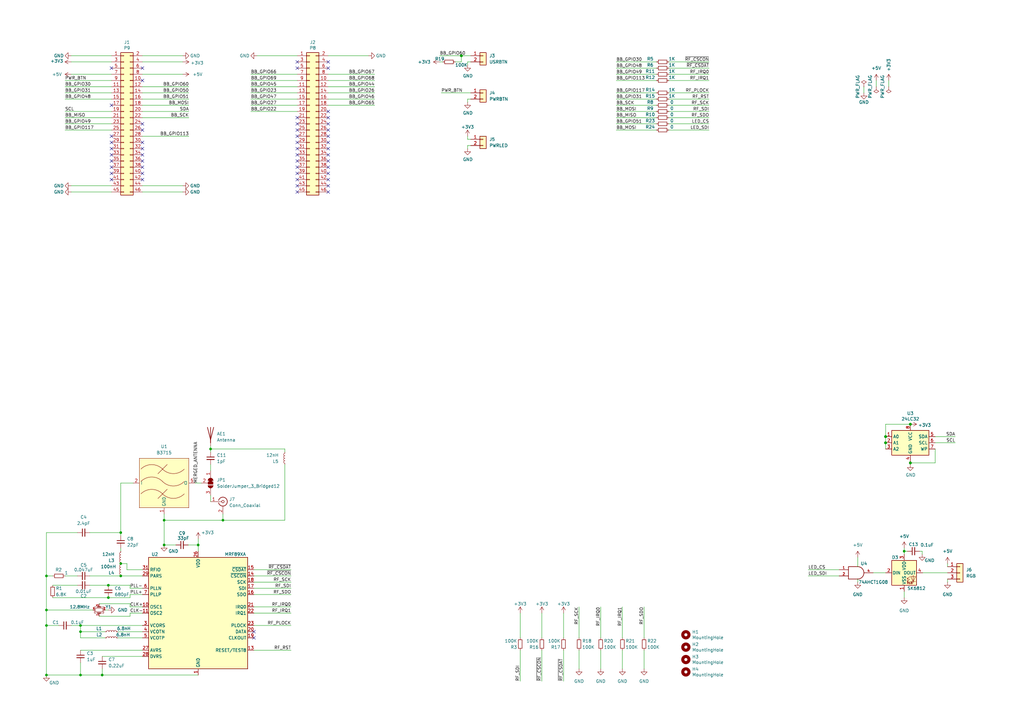
<source format=kicad_sch>
(kicad_sch (version 20211123) (generator eeschema)
  (paper "A3")
  (lib_symbols
    (symbol "74xGxx:74AHC1G08" (pin_names (offset 1.016))
      (property "Reference" "U" (at -2.54 3.81 0))
      (property "Value" "74AHC1G08" (at 0 -3.81 0))
      (symbol "74AHC1G08_1_1"
        (pin input line (at -7.62 1.27 0) (length 3.81) (name "~") (number "1"))
        (pin input line (at -7.62 -1.27 0) (length 3.81) (name "~") (number "2"))
        (pin power_in line (at 0 -2.54 270) (length 0) hide (name "GND") (number "3"))
        (pin output line (at 6.35 0 180) (length 3.81) (name "~") (number "4"))
        (pin power_in line (at 0 2.54 90) (length 0) hide (name "VCC") (number "5"))
      )
    )
    (symbol "Connector:Conn_Coaxial" (pin_names (offset 1.016) hide)
      (property "Reference" "J" (at 0.254 3.048 0))
      (property "Value" "Conn_Coaxial" (at 2.921 0 90))
      (symbol "Conn_Coaxial_1_1"
        (pin passive line (at -5.08 0 0) (length 2.54) (name "In") (number "1"))
        (pin passive line (at 0 -5.08 90) (length 2.54) (name "Ext") (number "2"))
      )
    )
    (symbol "Connector_Generic:Conn_01x02" (pin_names (offset 1.016) hide)
      (property "Reference" "J" (at 0 2.54 0))
      (property "Value" "Conn_01x02" (at 0 -5.08 0))
      (symbol "Conn_01x02_1_1"
        (pin passive line (at -5.08 0 0) (length 3.81) (name "Pin_1") (number "1"))
        (pin passive line (at -5.08 -2.54 0) (length 3.81) (name "Pin_2") (number "2"))
      )
    )
    (symbol "Connector_Generic:Conn_01x03" (pin_names (offset 1.016) hide)
      (property "Reference" "J" (at 0 5.08 0))
      (property "Value" "Conn_01x03" (at 0 -5.08 0))
      (symbol "Conn_01x03_1_1"
        (pin passive line (at -5.08 2.54 0) (length 3.81) (name "Pin_1") (number "1"))
        (pin passive line (at -5.08 0 0) (length 3.81) (name "Pin_2") (number "2"))
        (pin passive line (at -5.08 -2.54 0) (length 3.81) (name "Pin_3") (number "3"))
      )
    )
    (symbol "Connector_Generic:Conn_02x23_Odd_Even" (pin_names (offset 1.016) hide)
      (property "Reference" "J" (at 1.27 30.48 0))
      (property "Value" "Conn_02x23_Odd_Even" (at 1.27 -30.48 0))
      (symbol "Conn_02x23_Odd_Even_1_1"
        (pin passive line (at -5.08 27.94 0) (length 3.81) (name "Pin_1") (number "1"))
        (pin passive line (at 7.62 17.78 180) (length 3.81) (name "Pin_10") (number "10"))
        (pin passive line (at -5.08 15.24 0) (length 3.81) (name "Pin_11") (number "11"))
        (pin passive line (at 7.62 15.24 180) (length 3.81) (name "Pin_12") (number "12"))
        (pin passive line (at -5.08 12.7 0) (length 3.81) (name "Pin_13") (number "13"))
        (pin passive line (at 7.62 12.7 180) (length 3.81) (name "Pin_14") (number "14"))
        (pin passive line (at -5.08 10.16 0) (length 3.81) (name "Pin_15") (number "15"))
        (pin passive line (at 7.62 10.16 180) (length 3.81) (name "Pin_16") (number "16"))
        (pin passive line (at -5.08 7.62 0) (length 3.81) (name "Pin_17") (number "17"))
        (pin passive line (at 7.62 7.62 180) (length 3.81) (name "Pin_18") (number "18"))
        (pin passive line (at -5.08 5.08 0) (length 3.81) (name "Pin_19") (number "19"))
        (pin passive line (at 7.62 27.94 180) (length 3.81) (name "Pin_2") (number "2"))
        (pin passive line (at 7.62 5.08 180) (length 3.81) (name "Pin_20") (number "20"))
        (pin passive line (at -5.08 2.54 0) (length 3.81) (name "Pin_21") (number "21"))
        (pin passive line (at 7.62 2.54 180) (length 3.81) (name "Pin_22") (number "22"))
        (pin passive line (at -5.08 0 0) (length 3.81) (name "Pin_23") (number "23"))
        (pin passive line (at 7.62 0 180) (length 3.81) (name "Pin_24") (number "24"))
        (pin passive line (at -5.08 -2.54 0) (length 3.81) (name "Pin_25") (number "25"))
        (pin passive line (at 7.62 -2.54 180) (length 3.81) (name "Pin_26") (number "26"))
        (pin passive line (at -5.08 -5.08 0) (length 3.81) (name "Pin_27") (number "27"))
        (pin passive line (at 7.62 -5.08 180) (length 3.81) (name "Pin_28") (number "28"))
        (pin passive line (at -5.08 -7.62 0) (length 3.81) (name "Pin_29") (number "29"))
        (pin passive line (at -5.08 25.4 0) (length 3.81) (name "Pin_3") (number "3"))
        (pin passive line (at 7.62 -7.62 180) (length 3.81) (name "Pin_30") (number "30"))
        (pin passive line (at -5.08 -10.16 0) (length 3.81) (name "Pin_31") (number "31"))
        (pin passive line (at 7.62 -10.16 180) (length 3.81) (name "Pin_32") (number "32"))
        (pin passive line (at -5.08 -12.7 0) (length 3.81) (name "Pin_33") (number "33"))
        (pin passive line (at 7.62 -12.7 180) (length 3.81) (name "Pin_34") (number "34"))
        (pin passive line (at -5.08 -15.24 0) (length 3.81) (name "Pin_35") (number "35"))
        (pin passive line (at 7.62 -15.24 180) (length 3.81) (name "Pin_36") (number "36"))
        (pin passive line (at -5.08 -17.78 0) (length 3.81) (name "Pin_37") (number "37"))
        (pin passive line (at 7.62 -17.78 180) (length 3.81) (name "Pin_38") (number "38"))
        (pin passive line (at -5.08 -20.32 0) (length 3.81) (name "Pin_39") (number "39"))
        (pin passive line (at 7.62 25.4 180) (length 3.81) (name "Pin_4") (number "4"))
        (pin passive line (at 7.62 -20.32 180) (length 3.81) (name "Pin_40") (number "40"))
        (pin passive line (at -5.08 -22.86 0) (length 3.81) (name "Pin_41") (number "41"))
        (pin passive line (at 7.62 -22.86 180) (length 3.81) (name "Pin_42") (number "42"))
        (pin passive line (at -5.08 -25.4 0) (length 3.81) (name "Pin_43") (number "43"))
        (pin passive line (at 7.62 -25.4 180) (length 3.81) (name "Pin_44") (number "44"))
        (pin passive line (at -5.08 -27.94 0) (length 3.81) (name "Pin_45") (number "45"))
        (pin passive line (at 7.62 -27.94 180) (length 3.81) (name "Pin_46") (number "46"))
        (pin passive line (at -5.08 22.86 0) (length 3.81) (name "Pin_5") (number "5"))
        (pin passive line (at 7.62 22.86 180) (length 3.81) (name "Pin_6") (number "6"))
        (pin passive line (at -5.08 20.32 0) (length 3.81) (name "Pin_7") (number "7"))
        (pin passive line (at 7.62 20.32 180) (length 3.81) (name "Pin_8") (number "8"))
        (pin passive line (at -5.08 17.78 0) (length 3.81) (name "Pin_9") (number "9"))
      )
    )
    (symbol "Device:Antenna" (pin_numbers hide) (pin_names (offset 1.016) hide)
      (property "Reference" "AE" (at -1.905 1.905 0))
      (property "Value" "Antenna" (at -1.905 0 0))
      (symbol "Antenna_1_1"
        (pin input line (at 0 -5.08 90) (length 2.54) (name "A") (number "1"))
      )
    )
    (symbol "Device:C_Small" (pin_numbers hide) (pin_names (offset 0.254) hide)
      (property "Reference" "C" (at 0.254 1.778 0))
      (property "Value" "C_Small" (at 0.254 -2.032 0))
      (symbol "C_Small_1_1"
        (pin passive line (at 0 2.54 270) (length 2.032) (name "~") (number "1"))
        (pin passive line (at 0 -2.54 90) (length 2.032) (name "~") (number "2"))
      )
    )
    (symbol "Device:Crystal_GND24_Small" (pin_names (offset 1.016) hide)
      (property "Reference" "Y" (at 1.27 4.445 0))
      (property "Value" "Crystal_GND24_Small" (at 1.27 2.54 0))
      (symbol "Crystal_GND24_Small_1_1"
        (pin passive line (at -2.54 0 0) (length 1.27) (name "1") (number "1"))
        (pin passive line (at 0 -2.54 90) (length 0.635) (name "2") (number "2"))
        (pin passive line (at 2.54 0 180) (length 1.27) (name "3") (number "3"))
        (pin passive line (at 0 2.54 270) (length 0.635) (name "4") (number "4"))
      )
    )
    (symbol "Device:L_Small" (pin_numbers hide) (pin_names (offset 0.254) hide)
      (property "Reference" "L" (at 0.762 1.016 0))
      (property "Value" "L_Small" (at 0.762 -1.016 0))
      (symbol "L_Small_1_1"
        (pin passive line (at 0 2.54 270) (length 0.508) (name "~") (number "1"))
        (pin passive line (at 0 -2.54 90) (length 0.508) (name "~") (number "2"))
      )
    )
    (symbol "Device:R_Small" (pin_numbers hide) (pin_names (offset 0.254) hide)
      (property "Reference" "R" (at 0.762 0.508 0))
      (property "Value" "R_Small" (at 0.762 -1.016 0))
      (symbol "R_Small_1_1"
        (pin passive line (at 0 2.54 270) (length 0.762) (name "~") (number "1"))
        (pin passive line (at 0 -2.54 90) (length 0.762) (name "~") (number "2"))
      )
    )
    (symbol "Jumper:SolderJumper_3_Bridged12" (pin_names (offset 0) hide)
      (property "Reference" "JP" (at -2.54 -2.54 0))
      (property "Value" "SolderJumper_3_Bridged12" (at 0 2.794 0))
      (symbol "SolderJumper_3_Bridged12_1_1"
        (pin passive line (at -5.08 0 0) (length 2.54) (name "A") (number "1"))
        (pin passive line (at 0 -3.81 90) (length 2.54) (name "C") (number "2"))
        (pin passive line (at 5.08 0 180) (length 2.54) (name "B") (number "3"))
      )
    )
    (symbol "LED:SK6812" (pin_names (offset 0.254))
      (property "Reference" "D" (at 5.08 5.715 0))
      (property "Value" "SK6812" (at 1.27 -5.715 0))
      (symbol "SK6812_0_0"
        (text "RGB" (at 2.286 -4.191 0) (effects (font (size 0.762 0.762))))
      )
      (symbol "SK6812_1_1"
        (pin power_in line (at 0 -7.62 90) (length 2.54) (name "VSS") (number "1"))
        (pin input line (at -7.62 0 0) (length 2.54) (name "DIN") (number "2"))
        (pin power_in line (at 0 7.62 270) (length 2.54) (name "VDD") (number "3"))
        (pin output line (at 7.62 0 180) (length 2.54) (name "DOUT") (number "4"))
      )
    )
    (symbol "Mechanical:MountingHole" (pin_names (offset 1.016))
      (property "Reference" "H" (at 0 5.08 0))
      (property "Value" "MountingHole" (at 0 3.175 0))
    )
    (symbol "Memory_EEPROM:24LC32"
      (property "Reference" "U" (at -6.35 6.35 0))
      (property "Value" "24LC32" (at 1.27 6.35 0))
      (symbol "24LC32_1_1"
        (pin input line (at -10.16 2.54 0) (length 2.54) (name "A0") (number "1"))
        (pin input line (at -10.16 0 0) (length 2.54) (name "A1") (number "2"))
        (pin input line (at -10.16 -2.54 0) (length 2.54) (name "A2") (number "3"))
        (pin power_in line (at 0 -7.62 90) (length 2.54) (name "GND") (number "4"))
        (pin bidirectional line (at 10.16 2.54 180) (length 2.54) (name "SDA") (number "5"))
        (pin input line (at 10.16 0 180) (length 2.54) (name "SCL") (number "6"))
        (pin input line (at 10.16 -2.54 180) (length 2.54) (name "WP") (number "7"))
        (pin power_in line (at 0 7.62 270) (length 2.54) (name "VCC") (number "8"))
      )
    )
    (symbol "RF.new:MRF89XA"
      (property "Reference" "U2" (at -17.78 24.13 0))
      (property "Value" "MRF89XA" (at 15.24 24.13 0))
      (symbol "MRF89XA_1_1"
        (pin power_in line (at 0 -25.4 90) (length 2.54) (name "GND") (number "1"))
        (pin passive line (at -22.86 2.54 0) (length 2.54) (name "OSC1") (number "10"))
        (pin passive line (at -22.86 0 0) (length 2.54) (name "OSC2") (number "11"))
        (pin passive line (at 0 -25.4 90) (length 2.54) hide (name "GND") (number "12"))
        (pin input line (at 22.86 -15.24 180) (length 2.54) (name "RESET/TEST8") (number "13"))
        (pin input line (at 22.86 15.24 180) (length 2.54) (name "~{CSCON}") (number "14"))
        (pin input line (at 22.86 17.78 180) (length 2.54) (name "~{CSDAT}") (number "15"))
        (pin output line (at 22.86 7.62 180) (length 2.54) (name "SDO") (number "16"))
        (pin input line (at 22.86 10.16 180) (length 2.54) (name "SDI") (number "17"))
        (pin input line (at 22.86 12.7 180) (length 2.54) (name "SCK") (number "18"))
        (pin output line (at 22.86 -10.16 180) (length 2.54) (name "CLKOUT") (number "19"))
        (pin passive line (at 0 -25.4 90) (length 2.54) hide (name "GND") (number "2"))
        (pin bidirectional line (at 22.86 -7.62 180) (length 2.54) (name "DATA") (number "20"))
        (pin output line (at 22.86 2.54 180) (length 2.54) (name "IRQ0") (number "21"))
        (pin output line (at 22.86 0 180) (length 2.54) (name "IRQ1") (number "22"))
        (pin output line (at 22.86 -5.08 180) (length 2.54) (name "PLOCK") (number "23"))
        (pin passive line (at 0 -25.4 90) (length 2.54) hide (name "GND") (number "24"))
        (pin passive line (at 0 -25.4 90) (length 2.54) hide (name "GND") (number "25"))
        (pin power_in line (at 0 25.4 270) (length 2.54) (name "VDD") (number "26"))
        (pin power_out line (at -22.86 -15.24 0) (length 2.54) (name "AVRS") (number "27"))
        (pin power_out line (at -22.86 -17.78 0) (length 2.54) (name "DVRS") (number "28"))
        (pin power_out line (at -22.86 15.24 0) (length 2.54) (name "PARS") (number "29"))
        (pin power_out line (at -22.86 -5.08 0) (length 2.54) (name "VCORS") (number "3"))
        (pin passive line (at 0 -25.4 90) (length 2.54) hide (name "GND") (number "30"))
        (pin passive line (at -22.86 17.78 0) (length 2.54) (name "RFIO") (number "31"))
        (pin passive line (at 0 -25.4 90) (length 2.54) hide (name "GND") (number "32"))
        (pin passive line (at 0 -25.4 90) (length 2.54) hide (name "GND") (number "33"))
        (pin passive line (at -22.86 -7.62 0) (length 2.54) (name "VCOTN") (number "4"))
        (pin passive line (at -22.86 -10.16 0) (length 2.54) (name "VCOTP") (number "5"))
        (pin passive line (at -22.86 10.16 0) (length 2.54) (name "PLLN") (number "6"))
        (pin passive line (at -22.86 7.62 0) (length 2.54) (name "PLLP") (number "7"))
        (pin passive line (at 0 -25.4 90) (length 2.54) hide (name "GND") (number "8"))
        (pin passive line (at 0 -25.4 90) (length 2.54) hide (name "GND") (number "9"))
      )
    )
    (symbol "RF_Filter.new:B3715"
      (property "Reference" "U" (at -8.89 11.43 0))
      (property "Value" "B3715" (at 0 8.89 0))
      (symbol "B3715_1_1"
        (pin power_in line (at 0 -12.7 90) (length 2.54) (name "GND") (number "1"))
        (pin passive line (at -12.7 0 0) (length 2.54) (name "I") (number "2"))
        (pin power_in line (at 0 -12.7 90) (length 2.54) hide (name "GND") (number "3"))
        (pin power_in line (at 0 -12.7 90) (length 2.54) hide (name "GND") (number "4"))
        (pin passive line (at 12.7 0 180) (length 2.54) (name "O") (number "5"))
        (pin power_in line (at 0 -12.7 90) (length 2.54) hide (name "GND") (number "6"))
      )
    )
    (symbol "power:+3V3" (power) (pin_names (offset 0))
      (property "Value" "+3V3" (at 0 3.556 0))
      (symbol "+3V3_1_1"
        (pin power_in line (at 0 0 90) (length 0) hide (name "+3V3") (number "1"))
      )
    )
    (symbol "power:+5V" (power) (pin_names (offset 0))
      (property "Value" "+5V" (at 0 3.556 0))
      (symbol "+5V_1_1"
        (pin power_in line (at 0 0 90) (length 0) hide (name "+5V") (number "1"))
      )
    )
    (symbol "power:GND" (power) (pin_names (offset 0))
      (property "Value" "GND" (at 0 -3.81 0))
      (symbol "GND_1_1"
        (pin power_in line (at 0 0 270) (length 0) hide (name "GND") (number "1"))
      )
    )
    (symbol "power:PWR_FLAG" (power) (pin_numbers hide) (pin_names (offset 0) hide)
      (property "Value" "PWR_FLAG" (at 0 3.81 0))
      (symbol "PWR_FLAG_0_0"
        (pin power_out line (at 0 0 90) (length 0) (name "pwr") (number "1"))
      )
    )
  )
  (junction (at 33.02 276.86) (diameter 0.9144))
  (junction (at 81.28 223.52))
  (junction (at 19.05 250.19) (diameter 0.9144))
  (junction (at 373.38 189.865) (diameter 1.016))
  (junction (at 19.05 236.22))
  (junction (at 49.53 236.22))
  (junction (at 49.53 218.44) (diameter 0.9144))
  (junction (at 49.53 231.14) (diameter 0.9144))
  (junction (at 33.02 256.54) (diameter 0.9144))
  (junction (at 86.36 184.15))
  (junction (at 67.31 223.52))
  (junction (at 67.31 213.36) (diameter 0.9144))
  (junction (at 373.38 173.99) (diameter 1.016))
  (junction (at 363.22 179.07) (diameter 1.016))
  (junction (at 44.45 240.03))
  (junction (at 189.23 22.86) (diameter 1.016))
  (junction (at 370.84 226.06))
  (junction (at 44.45 245.11))
  (junction (at 19.05 276.86))
  (junction (at 91.44 213.36))
  (junction (at 363.22 181.61) (diameter 1.016))
  (junction (at 41.91 276.86) (diameter 0.9144))
  (junction (at 33.02 259.08) (diameter 0.9144))
  (junction (at 19.05 256.54) (diameter 0.9144))
  (no_connect (at 121.92 71.12))
  (no_connect (at 134.62 66.04))
  (no_connect (at 134.62 71.12))
  (no_connect (at 121.92 68.58))
  (no_connect (at 104.14 259.08))
  (no_connect (at 104.14 261.62))
  (no_connect (at 134.62 68.58))
  (no_connect (at 45.72 55.88))
  (no_connect (at 45.72 27.94))
  (no_connect (at 45.72 43.18))
  (no_connect (at 45.72 58.42))
  (no_connect (at 45.72 60.96))
  (no_connect (at 45.72 63.5))
  (no_connect (at 45.72 66.04))
  (no_connect (at 45.72 68.58))
  (no_connect (at 45.72 71.12))
  (no_connect (at 45.72 73.66))
  (no_connect (at 58.42 27.94))
  (no_connect (at 58.42 33.02))
  (no_connect (at 58.42 50.8))
  (no_connect (at 58.42 53.34))
  (no_connect (at 58.42 58.42))
  (no_connect (at 58.42 60.96))
  (no_connect (at 58.42 63.5))
  (no_connect (at 58.42 66.04))
  (no_connect (at 58.42 68.58))
  (no_connect (at 58.42 71.12))
  (no_connect (at 58.42 73.66))
  (no_connect (at 121.92 25.4))
  (no_connect (at 121.92 27.94))
  (no_connect (at 121.92 48.26))
  (no_connect (at 121.92 50.8))
  (no_connect (at 121.92 53.34))
  (no_connect (at 121.92 55.88))
  (no_connect (at 121.92 58.42))
  (no_connect (at 121.92 60.96))
  (no_connect (at 121.92 63.5))
  (no_connect (at 121.92 66.04))
  (no_connect (at 134.62 25.4))
  (no_connect (at 134.62 27.94))
  (no_connect (at 134.62 45.72))
  (no_connect (at 134.62 48.26))
  (no_connect (at 134.62 50.8))
  (no_connect (at 134.62 53.34))
  (no_connect (at 134.62 55.88))
  (no_connect (at 134.62 58.42))
  (no_connect (at 134.62 60.96))
  (no_connect (at 134.62 63.5))
  (no_connect (at 121.92 76.2))
  (no_connect (at 121.92 78.74))
  (no_connect (at 134.62 76.2))
  (no_connect (at 134.62 78.74))
  (no_connect (at 121.92 73.66))
  (no_connect (at 134.62 73.66))
  (wire (pts (xy 21.59 240.03) (xy 31.75 240.03)))
  (wire (pts (xy 104.14 266.7) (xy 119.38 266.7)))
  (wire (pts (xy 19.05 250.19) (xy 19.05 256.54)))
  (wire (pts (xy 274.32 45.72) (xy 290.83 45.72)))
  (wire (pts (xy 33.02 261.62) (xy 33.02 259.08)))
  (wire (pts (xy 58.42 43.18) (xy 77.47 43.18)))
  (wire (pts (xy 121.92 30.48) (xy 102.87 30.48)))
  (wire (pts (xy 246.38 266.7) (xy 246.38 274.32)))
  (wire (pts (xy 33.02 266.7) (xy 58.42 266.7)))
  (wire (pts (xy 49.53 218.44) (xy 49.53 219.71)))
  (wire (pts (xy 44.45 240.03) (xy 53.34 240.03)))
  (wire (pts (xy 104.14 241.3) (xy 119.38 241.3)))
  (wire (pts (xy 19.05 236.22) (xy 21.59 236.22)))
  (wire (pts (xy 383.54 181.61) (xy 391.795 181.61)))
  (wire (pts (xy 43.18 250.19) (xy 44.45 250.19)))
  (wire (pts (xy 359.41 33.02) (xy 359.41 35.56)))
  (wire (pts (xy 274.32 27.94) (xy 290.83 27.94)))
  (wire (pts (xy 58.42 48.26) (xy 77.47 48.26)))
  (wire (pts (xy 77.47 38.1) (xy 58.42 38.1)))
  (wire (pts (xy 49.53 236.22) (xy 58.42 236.22)))
  (wire (pts (xy 264.16 266.7) (xy 264.16 274.32)))
  (wire (pts (xy 116.84 184.15) (xy 116.84 185.42)))
  (wire (pts (xy 77.47 40.64) (xy 58.42 40.64)))
  (wire (pts (xy 29.21 78.74) (xy 45.72 78.74)))
  (wire (pts (xy 49.53 198.12) (xy 49.53 218.44)))
  (wire (pts (xy 252.73 27.94) (xy 269.24 27.94)))
  (wire (pts (xy 58.42 30.48) (xy 74.93 30.48)))
  (wire (pts (xy 153.67 33.02) (xy 134.62 33.02)))
  (wire (pts (xy 36.83 218.44) (xy 49.53 218.44)))
  (wire (pts (xy 26.67 38.1) (xy 45.72 38.1)))
  (wire (pts (xy 213.36 251.46) (xy 213.36 261.62)))
  (wire (pts (xy 383.54 179.07) (xy 391.795 179.07)))
  (wire (pts (xy 102.87 43.18) (xy 121.92 43.18)))
  (wire (pts (xy 191.77 40.64) (xy 191.77 41.91)))
  (wire (pts (xy 81.28 223.52) (xy 81.28 226.06)))
  (wire (pts (xy 53.34 251.46) (xy 53.34 252.73)))
  (wire (pts (xy 153.67 38.1) (xy 134.62 38.1)))
  (wire (pts (xy 43.18 261.62) (xy 33.02 261.62)))
  (wire (pts (xy 26.67 48.26) (xy 45.72 48.26)))
  (wire (pts (xy 104.14 251.46) (xy 119.38 251.46)))
  (wire (pts (xy 67.31 210.82) (xy 67.31 213.36)))
  (wire (pts (xy 21.59 245.11) (xy 44.45 245.11)))
  (wire (pts (xy 104.14 256.54) (xy 119.38 256.54)))
  (wire (pts (xy 237.49 248.92) (xy 237.49 261.62)))
  (wire (pts (xy 193.04 59.69) (xy 191.77 59.69)))
  (wire (pts (xy 383.54 184.15) (xy 383.54 189.865)))
  (wire (pts (xy 36.83 240.03) (xy 44.45 240.03)))
  (wire (pts (xy 370.84 224.79) (xy 370.84 226.06)))
  (wire (pts (xy 370.84 226.06) (xy 370.84 227.33)))
  (wire (pts (xy 193.04 25.4) (xy 191.77 25.4)))
  (wire (pts (xy 80.01 198.12) (xy 82.55 198.12)))
  (wire (pts (xy 19.05 276.86) (xy 33.02 276.86)))
  (wire (pts (xy 91.44 210.82) (xy 91.44 213.36)))
  (wire (pts (xy 373.38 189.23) (xy 373.38 189.865)))
  (wire (pts (xy 193.04 40.64) (xy 191.77 40.64)))
  (wire (pts (xy 67.31 223.52) (xy 72.136 223.52)))
  (wire (pts (xy 45.72 25.4) (xy 29.21 25.4)))
  (wire (pts (xy 252.73 45.72) (xy 269.24 45.72)))
  (wire (pts (xy 237.49 266.7) (xy 237.49 274.32)))
  (wire (pts (xy 121.92 33.02) (xy 102.87 33.02)))
  (wire (pts (xy 252.73 53.34) (xy 269.24 53.34)))
  (wire (pts (xy 351.79 237.49) (xy 351.79 238.76)))
  (wire (pts (xy 58.42 25.4) (xy 74.93 25.4)))
  (wire (pts (xy 102.87 38.1) (xy 121.92 38.1)))
  (wire (pts (xy 26.67 35.56) (xy 45.72 35.56)))
  (wire (pts (xy 363.22 173.99) (xy 363.22 179.07)))
  (wire (pts (xy 58.42 55.88) (xy 77.47 55.88)))
  (wire (pts (xy 26.67 236.22) (xy 31.75 236.22)))
  (wire (pts (xy 102.87 40.64) (xy 121.92 40.64)))
  (wire (pts (xy 45.72 45.72) (xy 26.67 45.72)))
  (wire (pts (xy 252.73 38.1) (xy 269.24 38.1)))
  (wire (pts (xy 86.36 184.15) (xy 116.84 184.15)))
  (wire (pts (xy 231.14 251.46) (xy 231.14 261.62)))
  (wire (pts (xy 53.34 243.84) (xy 53.34 245.11)))
  (wire (pts (xy 26.67 40.64) (xy 45.72 40.64)))
  (wire (pts (xy 255.27 248.92) (xy 255.27 261.62)))
  (wire (pts (xy 246.38 248.92) (xy 246.38 261.62)))
  (wire (pts (xy 331.47 236.22) (xy 344.17 236.22)))
  (wire (pts (xy 52.07 231.14) (xy 49.53 231.14)))
  (wire (pts (xy 354.33 38.1) (xy 354.33 35.56)))
  (wire (pts (xy 19.05 256.54) (xy 24.13 256.54)))
  (wire (pts (xy 274.32 25.4) (xy 290.83 25.4)))
  (wire (pts (xy 74.93 22.86) (xy 58.42 22.86)))
  (wire (pts (xy 41.91 276.86) (xy 81.28 276.86)))
  (wire (pts (xy 29.21 256.54) (xy 33.02 256.54)))
  (wire (pts (xy 31.75 218.44) (xy 19.05 218.44)))
  (wire (pts (xy 373.38 189.865) (xy 383.54 189.865)))
  (wire (pts (xy 252.73 40.64) (xy 269.24 40.64)))
  (wire (pts (xy 153.67 43.18) (xy 134.62 43.18)))
  (wire (pts (xy 29.21 30.48) (xy 45.72 30.48)))
  (wire (pts (xy 388.62 231.14) (xy 388.62 232.41)))
  (wire (pts (xy 53.34 248.92) (xy 58.42 248.92)))
  (wire (pts (xy 102.87 45.72) (xy 121.92 45.72)))
  (wire (pts (xy 104.14 236.22) (xy 119.38 236.22)))
  (wire (pts (xy 231.14 279.4) (xy 231.14 266.7)))
  (wire (pts (xy 252.73 30.48) (xy 269.24 30.48)))
  (wire (pts (xy 274.32 33.02) (xy 290.83 33.02)))
  (wire (pts (xy 252.73 43.18) (xy 269.24 43.18)))
  (wire (pts (xy 186.69 25.4) (xy 189.23 25.4)))
  (wire (pts (xy 153.67 40.64) (xy 134.62 40.64)))
  (wire (pts (xy 49.53 224.79) (xy 49.53 226.06)))
  (wire (pts (xy 48.26 261.62) (xy 58.42 261.62)))
  (wire (pts (xy 364.49 33.02) (xy 364.49 35.56)))
  (wire (pts (xy 222.25 279.4) (xy 222.25 266.7)))
  (wire (pts (xy 86.36 184.15) (xy 86.36 185.42)))
  (wire (pts (xy 252.73 48.26) (xy 269.24 48.26)))
  (wire (pts (xy 53.34 241.3) (xy 58.42 241.3)))
  (wire (pts (xy 53.34 247.65) (xy 53.34 248.92)))
  (wire (pts (xy 116.84 213.36) (xy 91.44 213.36)))
  (wire (pts (xy 274.32 50.8) (xy 290.83 50.8)))
  (wire (pts (xy 45.72 53.34) (xy 26.67 53.34)))
  (wire (pts (xy 193.04 57.15) (xy 191.77 57.15)))
  (wire (pts (xy 58.42 45.72) (xy 77.47 45.72)))
  (wire (pts (xy 104.14 248.92) (xy 119.38 248.92)))
  (wire (pts (xy 377.19 226.06) (xy 378.206 226.06)))
  (wire (pts (xy 378.206 226.06) (xy 378.206 227.33)))
  (wire (pts (xy 252.73 33.02) (xy 269.24 33.02)))
  (wire (pts (xy 53.34 241.3) (xy 53.34 240.03)))
  (wire (pts (xy 33.02 259.08) (xy 43.18 259.08)))
  (wire (pts (xy 180.34 25.4) (xy 181.61 25.4)))
  (wire (pts (xy 86.36 190.5) (xy 86.36 193.04)))
  (wire (pts (xy 86.36 182.88) (xy 86.36 184.15)))
  (wire (pts (xy 370.84 226.06) (xy 372.11 226.06)))
  (wire (pts (xy 19.05 256.54) (xy 19.05 276.86)))
  (wire (pts (xy 48.26 259.08) (xy 58.42 259.08)))
  (wire (pts (xy 134.62 30.48) (xy 153.67 30.48)))
  (wire (pts (xy 19.05 218.44) (xy 19.05 236.22)))
  (wire (pts (xy 44.45 245.11) (xy 53.34 245.11)))
  (wire (pts (xy 36.83 236.22) (xy 49.53 236.22)))
  (wire (pts (xy 116.84 190.5) (xy 116.84 213.36)))
  (wire (pts (xy 41.91 274.32) (xy 41.91 276.86)))
  (wire (pts (xy 121.92 35.56) (xy 102.87 35.56)))
  (wire (pts (xy 358.14 234.95) (xy 363.22 234.95)))
  (wire (pts (xy 274.32 40.64) (xy 290.83 40.64)))
  (wire (pts (xy 274.32 48.26) (xy 290.83 48.26)))
  (wire (pts (xy 19.05 250.19) (xy 19.05 236.22)))
  (wire (pts (xy 351.79 228.6) (xy 351.79 232.41)))
  (wire (pts (xy 52.07 233.68) (xy 52.07 231.14)))
  (wire (pts (xy 331.47 233.68) (xy 344.17 233.68)))
  (wire (pts (xy 45.72 50.8) (xy 26.67 50.8)))
  (wire (pts (xy 104.14 243.84) (xy 119.38 243.84)))
  (wire (pts (xy 67.31 213.36) (xy 91.44 213.36)))
  (wire (pts (xy 191.77 57.15) (xy 191.77 55.88)))
  (wire (pts (xy 191.77 25.4) (xy 191.77 26.67)))
  (wire (pts (xy 151.13 22.86) (xy 134.62 22.86)))
  (wire (pts (xy 180.34 22.86) (xy 189.23 22.86)))
  (wire (pts (xy 363.22 173.99) (xy 373.38 173.99)))
  (wire (pts (xy 104.14 238.76) (xy 119.38 238.76)))
  (wire (pts (xy 274.32 53.34) (xy 290.83 53.34)))
  (wire (pts (xy 33.02 276.86) (xy 41.91 276.86)))
  (wire (pts (xy 222.25 251.46) (xy 222.25 261.62)))
  (wire (pts (xy 370.84 242.57) (xy 370.84 245.11)))
  (wire (pts (xy 33.02 256.54) (xy 33.02 259.08)))
  (wire (pts (xy 74.93 78.74) (xy 58.42 78.74)))
  (wire (pts (xy 58.42 35.56) (xy 77.47 35.56)))
  (wire (pts (xy 104.14 233.68) (xy 119.38 233.68)))
  (wire (pts (xy 52.07 233.68) (xy 58.42 233.68)))
  (wire (pts (xy 255.27 266.7) (xy 255.27 274.32)))
  (wire (pts (xy 74.93 76.2) (xy 58.42 76.2)))
  (wire (pts (xy 29.21 22.86) (xy 45.72 22.86)))
  (wire (pts (xy 153.67 35.56) (xy 134.62 35.56)))
  (wire (pts (xy 19.05 250.19) (xy 38.1 250.19)))
  (wire (pts (xy 40.64 247.65) (xy 53.34 247.65)))
  (wire (pts (xy 77.216 223.52) (xy 81.28 223.52)))
  (wire (pts (xy 180.975 38.1) (xy 193.04 38.1)))
  (wire (pts (xy 189.23 22.86) (xy 193.04 22.86)))
  (wire (pts (xy 373.38 189.865) (xy 373.38 190.5)))
  (wire (pts (xy 49.53 198.12) (xy 54.61 198.12)))
  (wire (pts (xy 33.02 271.78) (xy 33.02 276.86)))
  (wire (pts (xy 252.73 25.4) (xy 269.24 25.4)))
  (wire (pts (xy 274.32 30.48) (xy 290.83 30.48)))
  (wire (pts (xy 363.22 181.61) (xy 363.22 184.15)))
  (wire (pts (xy 388.62 237.49) (xy 388.62 238.76)))
  (wire (pts (xy 189.23 25.4) (xy 189.23 22.86)))
  (wire (pts (xy 264.16 248.92) (xy 264.16 261.62)))
  (wire (pts (xy 53.34 251.46) (xy 58.42 251.46)))
  (wire (pts (xy 105.41 22.86) (xy 121.92 22.86)))
  (wire (pts (xy 252.73 50.8) (xy 269.24 50.8)))
  (wire (pts (xy 378.46 234.95) (xy 388.62 234.95)))
  (wire (pts (xy 274.32 38.1) (xy 290.83 38.1)))
  (wire (pts (xy 67.31 213.36) (xy 67.31 223.52)))
  (wire (pts (xy 29.21 76.2) (xy 45.72 76.2)))
  (wire (pts (xy 53.34 243.84) (xy 58.42 243.84)))
  (wire (pts (xy 33.02 256.54) (xy 58.42 256.54)))
  (wire (pts (xy 41.91 269.24) (xy 58.42 269.24)))
  (wire (pts (xy 40.64 252.73) (xy 53.34 252.73)))
  (wire (pts (xy 213.36 279.4) (xy 213.36 266.7)))
  (wire (pts (xy 363.22 179.07) (xy 363.22 181.61)))
  (wire (pts (xy 86.36 203.2) (xy 86.36 205.74)))
  (wire (pts (xy 81.28 220.98) (xy 81.28 223.52)))
  (wire (pts (xy 274.32 43.18) (xy 290.83 43.18)))
  (wire (pts (xy 191.77 59.69) (xy 191.77 60.96)))
  (wire (pts (xy 45.72 33.02) (xy 26.67 33.02)))
  (label "BB_GPIO30" (at 252.73 25.4 0))
  (label "PWR_BTN" (at 26.67 33.02 0))
  (label "~{RF_CSCON}" (at 290.83 25.4 180))
  (label "BB_GPIO44" (at 153.67 35.56 180))
  (label "RF_IRQ1" (at 119.38 251.46 180))
  (label "BB_GPIO46" (at 153.67 40.64 180))
  (label "BB_GPIO65" (at 153.67 43.18 180))
  (label "RF_IRQ1" (at 255.27 248.92 270))
  (label "~{RF_CSDAT}" (at 290.83 27.94 180))
  (label "BB_GPIO26" (at 153.67 38.1 180))
  (label "BB_SCK" (at 252.73 43.18 0))
  (label "BB_GPIO66" (at 102.87 30.48 0))
  (label "RF_SDI" (at 119.38 241.3 180))
  (label "CLK-" (at 53.34 251.46 0))
  (label "BB_MOSI" (at 252.73 53.34 0))
  (label "BB_GPIO50" (at 77.47 38.1 180))
  (label "RF_SCK" (at 119.38 238.76 180))
  (label "PWR_BTN" (at 180.975 38.1 0))
  (label "BB_GPIO113" (at 77.47 55.88 180))
  (label "LED_SDI" (at 331.47 236.22 0))
  (label "BB_GPIO51" (at 252.73 50.8 0))
  (label "BB_GPIO67" (at 153.67 30.48 180))
  (label "SDA" (at 77.47 45.72 180))
  (label "RF_SCK" (at 290.83 43.18 180))
  (label "RF_SDO" (at 264.16 248.92 270))
  (label "BB_GPIO113" (at 252.73 33.02 0))
  (label "RF_IRQ0" (at 246.38 248.92 270))
  (label "BB_GPIO47" (at 102.87 40.64 0))
  (label "BB_GPIO22" (at 102.87 45.72 0))
  (label "BB_GPIO68" (at 153.67 33.02 180))
  (label "RF_RST" (at 290.83 40.64 180))
  (label "RF_IRQ0" (at 119.38 248.92 180))
  (label "~{RF_CSCON}" (at 222.25 279.4 90))
  (label "BB_GPIO45" (at 102.87 35.56 0))
  (label "BB_MISO" (at 252.73 48.26 0))
  (label "RF_PLOCK" (at 290.83 38.1 180))
  (label "RF_SDI" (at 290.83 45.72 180))
  (label "RF_IRQ0" (at 290.83 30.48 180))
  (label "BB_GPIO30" (at 26.67 35.56 0))
  (label "BB_SCK" (at 77.47 48.26 180))
  (label "RF_SCK" (at 237.49 248.92 270))
  (label "BB_MOSI" (at 252.73 45.72 0))
  (label "RF_SDO" (at 119.38 243.84 180))
  (label "BB_GPIO31" (at 252.73 40.64 0))
  (label "LED_SDI" (at 290.83 53.34 180))
  (label "RF_PLOCK" (at 119.38 256.54 180))
  (label "BB_GPIO48" (at 26.67 40.64 0))
  (label "BB_GPIO60" (at 180.34 22.86 0))
  (label "BB_GPIO31" (at 26.67 38.1 0))
  (label "SCL" (at 391.795 181.61 180))
  (label "RF_RST" (at 119.38 266.7 180))
  (label "BB_GPIO117" (at 252.73 38.1 0))
  (label "BB_MOSI" (at 77.47 43.18 180))
  (label "SCL" (at 26.67 45.72 0))
  (label "LED_CS" (at 331.47 233.68 0))
  (label "PLL-" (at 53.34 241.3 0))
  (label "CLK+" (at 53.34 248.92 0))
  (label "BB_GPIO48" (at 252.73 27.94 0))
  (label "PLL+" (at 53.34 243.84 0))
  (label "SDA" (at 391.795 179.07 180))
  (label "BB_GPIO27" (at 102.87 43.18 0))
  (label "~{RF_CSDAT}" (at 119.38 233.68 180))
  (label "RF_SDI" (at 213.36 279.4 90))
  (label "BB_GPIO51" (at 77.47 40.64 180))
  (label "BB_GPIO117" (at 26.67 53.34 0))
  (label "BB_GPIO60" (at 77.47 35.56 180))
  (label "RF_SDO" (at 290.83 48.26 180))
  (label "MERGED_ANTENNA" (at 81.28 198.12 90))
  (label "LED_CS" (at 290.83 50.8 180))
  (label "BB_GPIO23" (at 102.87 38.1 0))
  (label "RF_IRQ1" (at 290.83 33.02 180))
  (label "BB_MISO" (at 26.67 48.26 0))
  (label "BB_GPIO49" (at 252.73 30.48 0))
  (label "~{RF_CSDAT}" (at 231.14 279.4 90))
  (label "BB_GPIO49" (at 26.67 50.8 0))
  (label "~{RF_CSCON}" (at 119.38 236.22 180))
  (label "BB_GPIO69" (at 102.87 33.02 0))
  (symbol (lib_id "power:GND") (at 237.49 274.32 0) (unit 1)
    (property "Reference" "#PWR016" (effects hide))
    (property "Value" "GND" (at 237.49 279.4 0))
  )
  (symbol (lib_id "power:GND") (at 74.93 22.86 90) (unit 1)
    (property "Reference" "#PWR07" (effects hide))
    (property "Value" "GND" (at 80.01 22.86 90))
  )
  (symbol (lib_id "power:GND") (at 378.206 227.33 0) (unit 1)
    (property "Reference" "#PWR0104" (effects hide))
    (property "Value" "GND" (at 381.254 229.87 0))
  )
  (symbol (lib_id "Device:C_Small") (at 33.02 269.24 0) (unit 1)
    (property "Reference" "C3" (at 35.56 267.9699 0) (effects (justify left)))
    (property "Value" "1uF" (at 35.56 270.5099 0) (effects (justify left)))
    (property "Footprint" "Capacitor_SMD:C_0603_1608Metric" (effects hide))
  )
  (symbol (lib_id "Device:L_Small") (at 45.72 261.62 90) (unit 1)
    (property "Reference" "L2" (at 41.9099 260.35 90) (effects (justify left)))
    (property "Value" "6.8nH" (at 53.3399 260.35 90) (effects (justify left)))
    (property "Footprint" "Inductor_SMD:L_0603_1608Metric" (effects hide))
  )
  (symbol (lib_id "power:GND") (at 151.13 22.86 90) (unit 1)
    (property "Reference" "#PWR015" (effects hide))
    (property "Value" "GND" (at 156.21 22.86 90))
  )
  (symbol (lib_id "Device:R_Small") (at 271.78 50.8 90) (unit 1)
    (property "Reference" "R23" (at 266.7 49.53 90))
    (property "Value" "0" (at 275.59 49.53 90))
    (property "Footprint" "Resistor_SMD:R_0603_1608Metric" (effects hide))
  )
  (symbol (lib_id "Memory_EEPROM:24LC32") (at 373.38 181.61 0) (unit 1)
    (property "Reference" "U3" (at 373.38 169.5258 0))
    (property "Value" "24LC32" (at 373.38 171.8245 0))
    (property "Footprint" "Package_SO:SOIC-8_3.9x4.9mm_P1.27mm" (effects hide))
    (property "Datasheet" "http://ww1.microchip.com/downloads/en/DeviceDoc/21072G.pdf" (effects hide))
  )
  (symbol (lib_id "Device:R_Small") (at 184.15 25.4 90) (unit 1)
    (property "Reference" "R19" (at 180.34 24.13 90))
    (property "Value" "100K" (at 189.23 26.67 90))
    (property "Footprint" "Resistor_SMD:R_0603_1608Metric" (effects hide))
  )
  (symbol (lib_id "power:+3V3") (at 213.36 251.46 0) (unit 1)
    (property "Reference" "#PWR028" (effects hide))
    (property "Value" "+3V3" (at 213.36 247.65 0))
  )
  (symbol (lib_id "Connector_Generic:Conn_01x02") (at 198.12 38.1 0) (unit 1)
    (property "Reference" "J4" (at 200.66 38.0999 0) (effects (justify left)))
    (property "Value" "PWRBTN" (at 200.66 40.6399 0) (effects (justify left)))
    (property "Footprint" "Connector_PinHeader_2.54mm:PinHeader_1x02_P2.54mm_Vertical" (effects hide))
  )
  (symbol (lib_id "Device:R_Small") (at 271.78 53.34 90) (unit 1)
    (property "Reference" "R24" (at 266.7 52.07 90))
    (property "Value" "0" (at 275.59 52.07 90))
    (property "Footprint" "Resistor_SMD:R_0603_1608Metric" (effects hide))
  )
  (symbol (lib_id "power:+5V") (at 74.93 30.48 270) (unit 1)
    (property "Reference" "#PWR0101" (effects hide))
    (property "Value" "+5V" (at 78.994 30.4799 90) (effects (justify left)))
  )
  (symbol (lib_id "Device:C_Small") (at 86.36 187.96 0) (unit 1)
    (property "Reference" "C11" (at 88.9 186.6962 0) (effects (justify left)))
    (property "Value" "1pF" (at 88.9 189.2362 0) (effects (justify left)))
    (property "Footprint" "Capacitor_SMD:C_0603_1608Metric" (effects hide))
  )
  (symbol (lib_id "power:+3V3") (at 222.25 251.46 0) (unit 1)
    (property "Reference" "#PWR030" (effects hide))
    (property "Value" "+3V3" (at 222.25 247.65 0))
  )
  (symbol (lib_id "power:GND") (at 370.84 245.11 0) (unit 1)
    (property "Reference" "#PWR0105" (effects hide))
    (property "Value" "GND" (at 370.84 250.444 0))
  )
  (symbol (lib_id "Device:C_Small") (at 74.676 223.52 90) (unit 1)
    (property "Reference" "C9" (at 74.676 218.694 90))
    (property "Value" "33pF" (at 75.184 220.726 90))
    (property "Footprint" "Capacitor_SMD:C_0603_1608Metric" (effects hide))
  )
  (symbol (lib_id "power:+3V3") (at 81.28 220.98 0) (unit 1)
    (property "Reference" "#PWR027" (effects hide))
    (property "Value" "+3V3" (at 85.09 218.44 0))
  )
  (symbol (lib_id "power:+5V") (at 359.41 33.02 0) (unit 1)
    (property "Reference" "#PWR032" (effects hide))
    (property "Value" "+5V" (at 359.41 27.94 0))
  )
  (symbol (lib_id "Mechanical:MountingHole") (at 281.305 275.59 0) (unit 1)
    (property "Reference" "H4" (at 283.8451 274.4406 0) (effects (justify left)))
    (property "Value" "MountingHole" (at 283.8451 276.7393 0) (effects (justify left)))
    (property "Footprint" "MountingHole:MountingHole_4.3mm_M4" (effects hide))
  )
  (symbol (lib_id "power:PWR_FLAG") (at 359.41 35.56 180) (unit 1)
    (property "Reference" "#FLG03" (effects hide))
    (property "Value" "PWR_FLAG" (at 356.87 35.56 90))
  )
  (symbol (lib_id "Device:R_Small") (at 255.27 264.16 0) (unit 1)
    (property "Reference" "R21" (at 256.54 262.8899 0) (effects (justify left)))
    (property "Value" "100K" (at 256.54 265.4299 0) (effects (justify left)))
    (property "Footprint" "Resistor_SMD:R_0603_1608Metric" (effects hide))
  )
  (symbol (lib_id "Device:C_Small") (at 26.67 256.54 90) (unit 1)
    (property "Reference" "C1" (at 22.86 255.27 90))
    (property "Value" "0.1uF" (at 31.75 255.27 90))
    (property "Footprint" "Capacitor_SMD:C_0603_1608Metric" (effects hide))
  )
  (symbol (lib_id "Device:C_Small") (at 34.29 236.22 270) (unit 1)
    (property "Reference" "C5" (at 34.29 231.775 90))
    (property "Value" "0.047uF" (at 34.29 233.68 90))
    (property "Footprint" "Capacitor_SMD:C_0603_1608Metric" (effects hide))
  )
  (symbol (lib_id "Jumper:SolderJumper_3_Bridged12") (at 86.36 198.12 270) (unit 1)
    (property "Reference" "JP1" (at 88.9 196.8499 90) (effects (justify left)))
    (property "Value" "SolderJumper_3_Bridged12" (at 88.9 199.3899 90) (effects (justify left)))
    (property "Footprint" "Jumper:SolderJumper-3_P1.3mm_Bridged12_RoundedPad1.0x1.5mm_NumberLabels" (effects hide))
  )
  (symbol (lib_id "Device:R_Small") (at 222.25 264.16 180) (unit 1)
    (property "Reference" "R16" (at 220.98 265.4301 0) (effects (justify left)))
    (property "Value" "100K" (at 220.98 262.8901 0) (effects (justify left)))
    (property "Footprint" "Resistor_SMD:R_0603_1608Metric" (effects hide))
  )
  (symbol (lib_id "power:+3V3") (at 180.34 25.4 90) (unit 1)
    (property "Reference" "#PWR017" (effects hide))
    (property "Value" "+3V3" (at 173.99 25.4 90))
  )
  (symbol (lib_id "Device:R_Small") (at 271.78 45.72 90) (unit 1)
    (property "Reference" "R9" (at 266.7 44.45 90))
    (property "Value" "0" (at 275.59 44.45 90))
    (property "Footprint" "Resistor_SMD:R_0603_1608Metric" (effects hide))
  )
  (symbol (lib_id "Device:R_Small") (at 264.16 264.16 0) (unit 1)
    (property "Reference" "R22" (at 265.43 262.8899 0) (effects (justify left)))
    (property "Value" "100K" (at 265.43 265.4299 0) (effects (justify left)))
    (property "Footprint" "Resistor_SMD:R_0603_1608Metric" (effects hide))
  )
  (symbol (lib_id "power:GND") (at 351.79 238.76 0) (unit 1)
    (property "Reference" "#PWR0119" (effects hide))
    (property "Value" "GND" (at 351.79 243.84 0))
  )
  (symbol (lib_id "Device:R_Small") (at 271.78 33.02 90) (unit 1)
    (property "Reference" "R12" (at 266.7 31.75 90))
    (property "Value" "1K" (at 275.59 31.75 90))
    (property "Footprint" "Resistor_SMD:R_0603_1608Metric" (effects hide))
  )
  (symbol (lib_id "74xGxx:74AHC1G08") (at 351.79 234.95 0) (unit 1)
    (property "Reference" "U4" (at 354.33 231.14 0))
    (property "Value" "74AHCT1G08" (at 358.14 238.76 0))
    (property "Footprint" "Package_TO_SOT_SMD:SOT-23-5" (effects hide))
    (property "Datasheet" "http://www.ti.com/lit/sg/scyt129e/scyt129e.pdf" (effects hide))
  )
  (symbol (lib_id "Device:R_Small") (at 237.49 264.16 0) (unit 1)
    (property "Reference" "R18" (at 238.76 262.8899 0) (effects (justify left)))
    (property "Value" "100K" (at 238.76 265.4299 0) (effects (justify left)))
    (property "Footprint" "Resistor_SMD:R_0603_1608Metric" (effects hide))
  )
  (symbol (lib_id "Device:R_Small") (at 231.14 264.16 180) (unit 1)
    (property "Reference" "R17" (at 229.87 265.4301 0) (effects (justify left)))
    (property "Value" "100K" (at 229.87 262.8901 0) (effects (justify left)))
    (property "Footprint" "Resistor_SMD:R_0603_1608Metric" (effects hide))
  )
  (symbol (lib_id "power:GND") (at 264.16 274.32 0) (unit 1)
    (property "Reference" "#PWR024" (effects hide))
    (property "Value" "GND" (at 264.16 279.4 0))
  )
  (symbol (lib_id "power:GND") (at 191.77 26.67 0) (unit 1)
    (property "Reference" "#PWR019" (effects hide))
    (property "Value" "GND" (at 191.8843 31.115 0))
  )
  (symbol (lib_id "Connector_Generic:Conn_01x02") (at 198.12 22.86 0) (unit 1)
    (property "Reference" "J3" (at 200.66 22.8599 0) (effects (justify left)))
    (property "Value" "USRBTN" (at 200.66 25.3999 0) (effects (justify left)))
    (property "Footprint" "Connector_PinHeader_2.54mm:PinHeader_1x02_P2.54mm_Vertical" (effects hide))
  )
  (symbol (lib_id "power:GND") (at 191.77 41.91 0) (unit 1)
    (property "Reference" "#PWR020" (effects hide))
    (property "Value" "GND" (at 191.8843 46.355 0))
  )
  (symbol (lib_id "power:GND") (at 246.38 274.32 0) (unit 1)
    (property "Reference" "#PWR018" (effects hide))
    (property "Value" "GND" (at 246.38 279.4 0))
  )
  (symbol (lib_id "Device:L_Small") (at 116.84 187.96 180) (unit 1)
    (property "Reference" "L5" (at 113.03 189.23 0))
    (property "Value" "12nH" (at 111.76 186.69 0))
    (property "Footprint" "Inductor_SMD:L_0603_1608Metric" (effects hide))
  )
  (symbol (lib_id "power:+5V") (at 388.62 231.14 0) (unit 1)
    (property "Reference" "#PWR0117" (effects hide))
    (property "Value" "+5V" (at 388.62 226.06 0))
  )
  (symbol (lib_id "Device:R_Small") (at 271.78 25.4 90) (unit 1)
    (property "Reference" "R5" (at 266.7 24.13 90))
    (property "Value" "1K" (at 275.59 24.13 90))
    (property "Footprint" "Resistor_SMD:R_0603_1608Metric" (effects hide))
  )
  (symbol (lib_id "Device:R_Small") (at 271.78 43.18 90) (unit 1)
    (property "Reference" "R8" (at 266.7 41.91 90))
    (property "Value" "0" (at 275.59 41.91 90))
    (property "Footprint" "Resistor_SMD:R_0603_1608Metric" (effects hide))
  )
  (symbol (lib_id "Connector:Conn_Coaxial") (at 91.44 205.74 0) (unit 1)
    (property "Reference" "J7" (at 93.98 204.7631 0) (effects (justify left)))
    (property "Value" "Conn_Coaxial" (at 93.98 207.3031 0) (effects (justify left)))
    (property "Footprint" "Connector_Coaxial:SMA_Amphenol_132291_Vertical" (effects hide))
    (property "Datasheet" " ~" (effects hide))
  )
  (symbol (lib_id "Device:C_Small") (at 34.29 240.03 270) (unit 1)
    (property "Reference" "C2" (at 34.29 244.475 90))
    (property "Value" "0.01uF" (at 34.29 242.57 90))
    (property "Footprint" "Capacitor_SMD:C_0603_1608Metric" (effects hide))
  )
  (symbol (lib_id "Connector_Generic:Conn_02x23_Odd_Even") (at 127 50.8 0) (unit 1)
    (property "Reference" "J2" (at 128.27 17.3482 0))
    (property "Value" "P8" (at 128.27 19.6596 0))
    (property "Footprint" "Connector_PinHeader_2.54mm:PinHeader_2x23_P2.54mm_Vertical" (effects hide))
  )
  (symbol (lib_id "Connector_Generic:Conn_02x23_Odd_Even") (at 50.8 50.8 0) (unit 1)
    (property "Reference" "J1" (at 52.07 17.3482 0))
    (property "Value" "P9" (at 52.07 19.6596 0))
    (property "Footprint" "Connector_PinHeader_2.54mm:PinHeader_2x23_P2.54mm_Vertical" (effects hide))
  )
  (symbol (lib_id "Connector_Generic:Conn_01x02") (at 198.12 57.15 0) (unit 1)
    (property "Reference" "J5" (at 200.66 57.1499 0) (effects (justify left)))
    (property "Value" "PWRLED" (at 200.66 59.6899 0) (effects (justify left)))
    (property "Footprint" "Connector_PinHeader_2.54mm:PinHeader_1x02_P2.54mm_Vertical" (effects hide))
  )
  (symbol (lib_id "Device:R_Small") (at 271.78 40.64 90) (unit 1)
    (property "Reference" "R15" (at 266.7 39.37 90))
    (property "Value" "1K" (at 275.59 39.37 90))
    (property "Footprint" "Resistor_SMD:R_0603_1608Metric" (effects hide))
  )
  (symbol (lib_id "power:GND") (at 373.38 190.5 0) (unit 1)
    (property "Reference" "#PWR026" (effects hide))
    (property "Value" "GND" (at 373.4943 194.8244 0))
  )
  (symbol (lib_id "Device:C_Small") (at 34.29 218.44 90) (unit 1)
    (property "Reference" "C4" (at 34.29 212.09 90))
    (property "Value" "2.4pF" (at 34.29 214.63 90))
    (property "Footprint" "Capacitor_SMD:C_0603_1608Metric" (effects hide))
  )
  (symbol (lib_id "RF_Filter.new:B3715") (at 67.31 198.12 0) (unit 1)
    (property "Reference" "U1" (at 67.31 183.134 0))
    (property "Value" "B3715" (at 67.31 185.674 0))
    (property "Footprint" "footprints:DCC6C_3x3mm" (effects hide))
  )
  (symbol (lib_id "power:GND") (at 44.45 250.19 90) (unit 1)
    (property "Reference" "#PWR05" (effects hide))
    (property "Value" "GND" (at 48.26 250.1899 90) (effects (justify right)))
  )
  (symbol (lib_id "Device:R_Small") (at 271.78 48.26 90) (unit 1)
    (property "Reference" "R10" (at 266.7 46.99 90))
    (property "Value" "0" (at 275.59 46.99 90))
    (property "Footprint" "Resistor_SMD:R_0603_1608Metric" (effects hide))
  )
  (symbol (lib_id "LED:SK6812") (at 370.84 234.95 0) (unit 1)
    (property "Reference" "D3" (at 365.76 228.6 0) (effects (justify left)))
    (property "Value" "SK6812" (at 372.11 241.3 0) (effects (justify left)))
    (property "Footprint" "LED_SMD:LED_SK6812_PLCC4_5.0x5.0mm_P3.2mm" (effects hide))
    (property "Datasheet" "https://cdn-shop.adafruit.com/product-files/1138/SK6812+LED+datasheet+.pdf" (effects hide))
  )
  (symbol (lib_id "power:GND") (at 29.21 76.2 270) (unit 1)
    (property "Reference" "#PWR03" (effects hide))
    (property "Value" "GND" (at 24.13 76.2 90))
  )
  (symbol (lib_id "Device:R_Small") (at 246.38 264.16 0) (unit 1)
    (property "Reference" "R20" (at 247.65 262.8899 0) (effects (justify left)))
    (property "Value" "100K" (at 247.65 265.4299 0) (effects (justify left)))
    (property "Footprint" "Resistor_SMD:R_0603_1608Metric" (effects hide))
  )
  (symbol (lib_id "power:+3V3") (at 373.38 173.99 270) (unit 1)
    (property "Reference" "#PWR025" (effects hide))
    (property "Value" "+3V3" (at 376.5551 174.3583 90) (effects (justify left)))
  )
  (symbol (lib_id "power:+3V3") (at 191.77 55.88 0) (unit 1)
    (property "Reference" "#PWR021" (effects hide))
    (property "Value" "+3V3" (at 191.77 52.07 0))
  )
  (symbol (lib_id "power:PWR_FLAG") (at 354.33 35.56 0) (unit 1)
    (property "Reference" "#FLG02" (effects hide))
    (property "Value" "PWR_FLAG" (at 351.79 35.56 90))
  )
  (symbol (lib_id "power:PWR_FLAG") (at 364.49 35.56 180) (unit 1)
    (property "Reference" "#FLG01" (effects hide))
    (property "Value" "PWR_FLAG" (at 361.95 35.56 90))
  )
  (symbol (lib_id "Device:C_Small") (at 49.53 222.25 0) (unit 1)
    (property "Reference" "C8" (at 52.07 220.9799 0) (effects (justify left)))
    (property "Value" "22pF" (at 52.07 223.5199 0) (effects (justify left)))
    (property "Footprint" "Capacitor_SMD:C_0603_1608Metric" (effects hide))
  )
  (symbol (lib_id "Device:L_Small") (at 49.53 228.6 180) (unit 1)
    (property "Reference" "L3" (at 45.72 229.87 0))
    (property "Value" "12nH" (at 44.45 227.33 0))
    (property "Footprint" "Inductor_SMD:L_0603_1608Metric" (effects hide))
  )
  (symbol (lib_id "Device:Antenna") (at 86.36 177.8 0) (unit 1)
    (property "Reference" "AE1" (at 88.9 177.9269 0) (effects (justify left)))
    (property "Value" "Antenna" (at 88.9 180.4669 0) (effects (justify left)))
    (property "Footprint" "RF_Antenna:Texas_SWRA416_868MHz_915MHz" (effects hide))
  )
  (symbol (lib_id "power:GND") (at 191.77 60.96 0) (unit 1)
    (property "Reference" "#PWR022" (effects hide))
    (property "Value" "GND" (at 191.8843 65.405 0))
  )
  (symbol (lib_id "power:GND") (at 354.33 38.1 0) (unit 1)
    (property "Reference" "#PWR012" (effects hide))
    (property "Value" "GND" (at 354.33 41.91 0))
  )
  (symbol (lib_id "power:GND") (at 67.31 223.52 0) (unit 1)
    (property "Reference" "#PWR06" (effects hide))
    (property "Value" "GND" (at 71.12 226.06 0))
  )
  (symbol (lib_id "power:GND") (at 29.21 78.74 270) (unit 1)
    (property "Reference" "#PWR04" (effects hide))
    (property "Value" "GND" (at 24.13 78.74 90))
  )
  (symbol (lib_id "Device:R_Small") (at 213.36 264.16 180) (unit 1)
    (property "Reference" "R3" (at 212.09 265.4301 0) (effects (justify left)))
    (property "Value" "100K" (at 212.09 262.8901 0) (effects (justify left)))
    (property "Footprint" "Resistor_SMD:R_0603_1608Metric" (effects hide))
  )
  (symbol (lib_id "power:+5V") (at 29.21 30.48 90) (unit 1)
    (property "Reference" "#PWR0102" (effects hide))
    (property "Value" "+5V" (at 25.4 30.4799 90) (effects (justify left)))
  )
  (symbol (lib_id "Device:R_Small") (at 271.78 38.1 90) (unit 1)
    (property "Reference" "R14" (at 266.7 36.83 90))
    (property "Value" "1K" (at 275.59 36.83 90))
    (property "Footprint" "Resistor_SMD:R_0603_1608Metric" (effects hide))
  )
  (symbol (lib_id "Mechanical:MountingHole") (at 281.305 270.51 0) (unit 1)
    (property "Reference" "H3" (at 283.8451 269.3606 0) (effects (justify left)))
    (property "Value" "MountingHole" (at 283.8451 271.6593 0) (effects (justify left)))
    (property "Footprint" "MountingHole:MountingHole_4.3mm_M4" (effects hide))
  )
  (symbol (lib_id "Mechanical:MountingHole") (at 281.305 260.35 0) (unit 1)
    (property "Reference" "H1" (at 283.8451 259.2006 0) (effects (justify left)))
    (property "Value" "MountingHole" (at 283.8451 261.4993 0) (effects (justify left)))
    (property "Footprint" "MountingHole:MountingHole_4.3mm_M4" (effects hide))
  )
  (symbol (lib_id "power:+5V") (at 351.79 228.6 0) (unit 1)
    (property "Reference" "#PWR0106" (effects hide))
    (property "Value" "+5V" (at 351.79 223.52 0))
  )
  (symbol (lib_id "Device:C_Small") (at 44.45 242.57 180) (unit 1)
    (property "Reference" "C6" (at 46.99 241.2999 0) (effects (justify right)))
    (property "Value" "680pF" (at 46.99 243.8399 0) (effects (justify right)))
    (property "Footprint" "Capacitor_SMD:C_0603_1608Metric" (effects hide))
  )
  (symbol (lib_id "power:GND") (at 74.93 76.2 90) (unit 1)
    (property "Reference" "#PWR09" (effects hide))
    (property "Value" "GND" (at 80.01 76.2 90))
  )
  (symbol (lib_id "Device:Crystal_GND24_Small") (at 40.64 250.19 90) (unit 1)
    (property "Reference" "Y1" (at 45.72 248.9201 90) (effects (justify left)))
    (property "Value" "12.8MHz" (at 36.83 248.92 90) (effects (justify left)))
    (property "Footprint" "Oscillator:Oscillator_SMD_EuroQuartz_XO53-4Pin_5.0x3.2mm" (effects hide))
  )
  (symbol (lib_id "Device:L_Small") (at 45.72 259.08 90) (unit 1)
    (property "Reference" "L1" (at 40.64 257.81 90))
    (property "Value" "6.8nH" (at 50.8 257.81 90))
    (property "Footprint" "Inductor_SMD:L_0603_1608Metric" (effects hide))
  )
  (symbol (lib_id "Device:C_Small") (at 374.65 226.06 90) (unit 1)
    (property "Reference" "C13" (at 374.65 223.266 90))
    (property "Value" "0.1uF" (at 380.238 223.52 90))
    (property "Footprint" "Capacitor_SMD:C_0603_1608Metric" (effects hide))
  )
  (symbol (lib_id "power:GND") (at 255.27 274.32 0) (unit 1)
    (property "Reference" "#PWR023" (effects hide))
    (property "Value" "GND" (at 255.27 279.4 0))
  )
  (symbol (lib_id "RF.new:MRF89XA") (at 81.28 251.46 0) (unit 1)
    (property "Reference" "U2" (at 63.5 227.33 0))
    (property "Value" "MRF89XA" (at 96.52 227.33 0))
    (property "Footprint" "Package_DFN_QFN:QFN-32-1EP_5x5mm_P0.5mm_EP3.1x3.1mm" (effects hide))
    (property "Datasheet" "http://ww1.microchip.com/downloads/en/DeviceDoc/70000622D.pdf" (effects hide))
  )
  (symbol (lib_id "Device:R_Small") (at 271.78 27.94 90) (unit 1)
    (property "Reference" "R6" (at 266.7 26.67 90))
    (property "Value" "1K" (at 275.59 26.67 90))
    (property "Footprint" "Resistor_SMD:R_0603_1608Metric" (effects hide))
  )
  (symbol (lib_id "power:+3V3") (at 364.49 33.02 0) (unit 1)
    (property "Reference" "#PWR011" (effects hide))
    (property "Value" "+3V3" (at 364.49 26.67 90))
  )
  (symbol (lib_id "Connector_Generic:Conn_01x03") (at 393.7 234.95 0) (unit 1)
    (property "Reference" "J6" (at 396.24 233.6799 0) (effects (justify left)))
    (property "Value" "RGB" (at 396.24 236.2199 0) (effects (justify left)))
    (property "Footprint" "Connector_PinHeader_2.54mm:PinHeader_1x03_P2.54mm_Vertical" (effects hide))
  )
  (symbol (lib_id "power:GND") (at 105.41 22.86 270) (unit 1)
    (property "Reference" "#PWR014" (effects hide))
    (property "Value" "GND" (at 100.33 22.86 90))
  )
  (symbol (lib_id "power:+3V3") (at 29.21 25.4 90) (unit 1)
    (property "Reference" "#PWR02" (effects hide))
    (property "Value" "+3V3" (at 25.9588 25.019 90) (effects (justify left)))
  )
  (symbol (lib_id "Mechanical:MountingHole") (at 281.305 265.43 0) (unit 1)
    (property "Reference" "H2" (at 283.8451 264.2806 0) (effects (justify left)))
    (property "Value" "MountingHole" (at 283.8451 266.5793 0) (effects (justify left)))
    (property "Footprint" "MountingHole:MountingHole_4.3mm_M4" (effects hide))
  )
  (symbol (lib_id "power:GND") (at 388.62 238.76 0) (unit 1)
    (property "Reference" "#PWR0118" (effects hide))
    (property "Value" "GND" (at 388.62 243.84 0))
  )
  (symbol (lib_id "power:+3V3") (at 231.14 251.46 0) (unit 1)
    (property "Reference" "#PWR031" (effects hide))
    (property "Value" "+3V3" (at 231.14 247.65 0))
  )
  (symbol (lib_id "power:GND") (at 74.93 78.74 90) (unit 1)
    (property "Reference" "#PWR010" (effects hide))
    (property "Value" "GND" (at 80.01 78.74 90))
  )
  (symbol (lib_id "Device:R_Small") (at 21.59 242.57 0) (unit 1)
    (property "Reference" "R1" (at 22.86 241.2999 0) (effects (justify left)))
    (property "Value" "6.8K" (at 22.86 243.8399 0) (effects (justify left)))
    (property "Footprint" "Resistor_SMD:R_0603_1608Metric" (effects hide))
  )
  (symbol (lib_id "power:GND") (at 19.05 276.86 0) (unit 1)
    (property "Reference" "#PWR013" (effects hide))
    (property "Value" "GND" (at 22.225 280.035 0))
  )
  (symbol (lib_id "power:+3V3") (at 74.93 25.4 270) (unit 1)
    (property "Reference" "#PWR08" (effects hide))
    (property "Value" "+3V3" (at 78.1812 25.781 90) (effects (justify left)))
  )
  (symbol (lib_id "power:+5V") (at 370.84 224.79 0) (unit 1)
    (property "Reference" "#PWR0103" (effects hide))
    (property "Value" "+5V" (at 370.84 219.964 0))
  )
  (symbol (lib_id "Device:L_Small") (at 49.53 233.68 180) (unit 1)
    (property "Reference" "L4" (at 45.72 234.95 0))
    (property "Value" "100nH" (at 44.45 232.41 0))
    (property "Footprint" "Inductor_SMD:L_0603_1608Metric" (effects hide))
  )
  (symbol (lib_id "Device:R_Small") (at 271.78 30.48 90) (unit 1)
    (property "Reference" "R11" (at 266.7 29.21 90))
    (property "Value" "1K" (at 275.59 29.21 90))
    (property "Footprint" "Resistor_SMD:R_0603_1608Metric" (effects hide))
  )
  (symbol (lib_id "power:GND") (at 29.21 22.86 270) (unit 1)
    (property "Reference" "#PWR01" (effects hide))
    (property "Value" "GND" (at 24.13 22.86 90))
  )
  (symbol (lib_id "Device:R_Small") (at 24.13 236.22 90) (unit 1)
    (property "Reference" "R2" (at 25.4 233.68 90) (effects (justify left)))
    (property "Value" "1" (at 27.94 234.95 90) (effects (justify left)))
    (property "Footprint" "Resistor_SMD:R_0603_1608Metric" (effects hide))
  )
  (symbol (lib_id "Device:C_Small") (at 41.91 271.78 0) (unit 1)
    (property "Reference" "C7" (at 44.45 270.5099 0) (effects (justify left)))
    (property "Value" "0.22uF" (at 44.45 273.0499 0) (effects (justify left)))
    (property "Footprint" "Capacitor_SMD:C_0603_1608Metric" (effects hide))
  )
)
</source>
